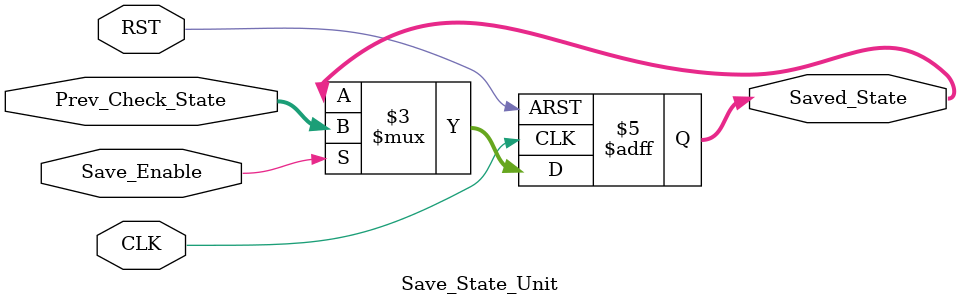
<source format=v>
module Save_State_Unit (
    //-------------------------------Input Ports------------------------------------//
    input     wire                  Save_Enable,
    input     wire    [4:0]         Prev_Check_State,
    input     wire                  RST,
    input     wire                  CLK,
    //-------------------------------Output Ports------------------------------------//
    output    reg     [4:0]         Saved_State
);

always @(posedge CLK or negedge RST)
    begin
        if(!RST)
            begin
                Saved_State <= 5'b0_0000;
            end 
        else if (Save_Enable)
            begin
                Saved_State <= Prev_Check_State;
            end
    end

endmodule 
</source>
